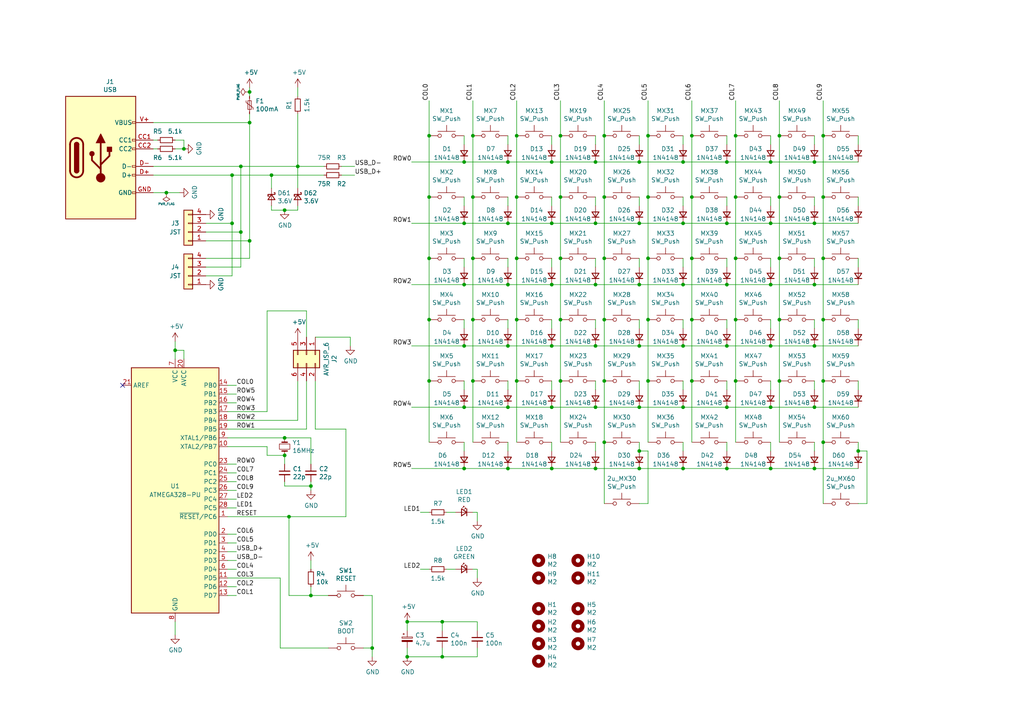
<source format=kicad_sch>
(kicad_sch (version 20211123) (generator eeschema)
  (paper "A4")
  (title_block (title "Lumberjack PCB") (date "2022-01-04") (rev "1.5"))
  (junction (at 238.76 57.15))
  (junction (at 175.26 57.15))
  (junction (at 69.85 67.31))
  (junction (at 213.36 110.49))
  (junction (at 134.62 82.55))
  (junction (at 213.36 57.15))
  (junction (at 67.31 64.77))
  (junction (at 83.82 149.86))
  (junction (at 226.06 74.93))
  (junction (at 185.42 100.33))
  (junction (at 124.46 57.15))
  (junction (at 172.72 118.11))
  (junction (at 72.39 26.67))
  (junction (at 160.02 46.99))
  (junction (at 200.66 92.71))
  (junction (at 198.12 82.55))
  (junction (at 134.62 64.77))
  (junction (at 226.06 57.15))
  (junction (at 175.26 128.27))
  (junction (at 162.56 39.37))
  (junction (at 223.52 82.55))
  (junction (at 118.11 180.34))
  (junction (at 223.52 118.11))
  (junction (at 185.42 118.11))
  (junction (at 200.66 110.49))
  (junction (at 185.42 82.55))
  (junction (at 172.72 82.55))
  (junction (at 107.95 187.96))
  (junction (at 198.12 135.89))
  (junction (at 134.62 100.33))
  (junction (at 198.12 118.11))
  (junction (at 198.12 64.77))
  (junction (at 213.36 74.93))
  (junction (at 210.82 100.33))
  (junction (at 137.16 39.37))
  (junction (at 223.52 135.89))
  (junction (at 147.32 82.55))
  (junction (at 236.22 118.11))
  (junction (at 149.86 92.71))
  (junction (at 210.82 64.77))
  (junction (at 82.55 60.96))
  (junction (at 124.46 92.71))
  (junction (at 172.72 135.89))
  (junction (at 72.39 35.56))
  (junction (at 236.22 82.55))
  (junction (at 147.32 46.99))
  (junction (at 210.82 82.55))
  (junction (at 172.72 100.33))
  (junction (at 82.55 132.08))
  (junction (at 238.76 128.27))
  (junction (at 187.96 57.15))
  (junction (at 172.72 46.99))
  (junction (at 137.16 92.71))
  (junction (at 175.26 92.71))
  (junction (at 185.42 64.77))
  (junction (at 137.16 110.49))
  (junction (at 78.74 50.8))
  (junction (at 134.62 135.89))
  (junction (at 236.22 135.89))
  (junction (at 175.26 110.49))
  (junction (at 185.42 135.89))
  (junction (at 160.02 135.89))
  (junction (at 238.76 110.49))
  (junction (at 82.55 127))
  (junction (at 124.46 110.49))
  (junction (at 50.8 101.6))
  (junction (at 160.02 100.33))
  (junction (at 236.22 46.99))
  (junction (at 187.96 92.71))
  (junction (at 226.06 110.49))
  (junction (at 149.86 74.93))
  (junction (at 86.36 48.26))
  (junction (at 210.82 135.89))
  (junction (at 149.86 39.37))
  (junction (at 198.12 100.33))
  (junction (at 118.11 190.5))
  (junction (at 185.42 130.81))
  (junction (at 248.92 130.81))
  (junction (at 160.02 82.55))
  (junction (at 147.32 64.77))
  (junction (at 185.42 46.99))
  (junction (at 162.56 74.93))
  (junction (at 175.26 39.37))
  (junction (at 213.36 92.71))
  (junction (at 238.76 39.37))
  (junction (at 200.66 39.37))
  (junction (at 137.16 57.15))
  (junction (at 187.96 110.49))
  (junction (at 137.16 74.93))
  (junction (at 72.39 69.85))
  (junction (at 198.12 46.99))
  (junction (at 90.17 140.97))
  (junction (at 69.85 48.26))
  (junction (at 147.32 100.33))
  (junction (at 210.82 46.99))
  (junction (at 226.06 92.71))
  (junction (at 210.82 118.11))
  (junction (at 147.32 135.89))
  (junction (at 147.32 118.11))
  (junction (at 223.52 64.77))
  (junction (at 175.26 74.93))
  (junction (at 162.56 110.49))
  (junction (at 236.22 64.77))
  (junction (at 187.96 39.37))
  (junction (at 223.52 100.33))
  (junction (at 160.02 118.11))
  (junction (at 149.86 57.15))
  (junction (at 236.22 100.33))
  (junction (at 238.76 74.93))
  (junction (at 172.72 64.77))
  (junction (at 134.62 46.99))
  (junction (at 223.52 46.99))
  (junction (at 200.66 57.15))
  (junction (at 90.17 172.72))
  (junction (at 128.27 180.34))
  (junction (at 124.46 74.93))
  (junction (at 187.96 74.93))
  (junction (at 160.02 64.77))
  (junction (at 200.66 74.93))
  (junction (at 128.27 190.5))
  (junction (at 226.06 39.37))
  (junction (at 53.34 43.18))
  (junction (at 124.46 39.37))
  (junction (at 48.26 55.88))
  (junction (at 134.62 118.11))
  (junction (at 213.36 39.37))
  (junction (at 67.31 50.8))
  (junction (at 162.56 57.15))
  (junction (at 149.86 110.49))
  (junction (at 238.76 92.71))
  (junction (at 162.56 92.71))
  (no_connect (at 35.56 111.76))
  (wire (pts (xy 198.12 82.55) (xy 210.82 82.55)))
  (wire (pts (xy 210.82 74.93) (xy 210.82 77.47)))
  (wire (pts (xy 124.46 148.59) (xy 121.92 148.59)))
  (wire (pts (xy 198.12 100.33) (xy 210.82 100.33)))
  (wire (pts (xy 67.31 64.77) (xy 59.69 64.77)))
  (wire (pts (xy 226.06 39.37) (xy 226.06 57.15)))
  (wire (pts (xy 223.52 74.93) (xy 223.52 77.47)))
  (wire (pts (xy 213.36 74.93) (xy 213.36 57.15)))
  (wire (pts (xy 147.32 74.93) (xy 147.32 77.47)))
  (wire (pts (xy 134.62 46.99) (xy 147.32 46.99)))
  (wire (pts (xy 81.28 167.64) (xy 81.28 187.96)))
  (wire (pts (xy 66.04 165.1) (xy 68.58 165.1)))
  (wire (pts (xy 119.38 100.33) (xy 134.62 100.33)))
  (wire (pts (xy 175.26 92.71) (xy 175.26 110.49)))
  (wire (pts (xy 78.74 50.8) (xy 78.74 54.61)))
  (wire (pts (xy 147.32 64.77) (xy 160.02 64.77)))
  (wire (pts (xy 118.11 187.96) (xy 118.11 190.5)))
  (wire (pts (xy 198.12 64.77) (xy 210.82 64.77)))
  (wire (pts (xy 238.76 57.15) (xy 238.76 74.93)))
  (wire (pts (xy 50.8 40.64) (xy 53.34 40.64)))
  (wire (pts (xy 69.85 48.26) (xy 69.85 67.31)))
  (wire (pts (xy 185.42 74.93) (xy 185.42 77.47)))
  (wire (pts (xy 138.43 165.1) (xy 138.43 167.64)))
  (wire (pts (xy 248.92 146.05) (xy 251.46 146.05)))
  (wire (pts (xy 147.32 100.33) (xy 160.02 100.33)))
  (wire (pts (xy 67.31 80.01) (xy 59.69 80.01)))
  (wire (pts (xy 210.82 57.15) (xy 210.82 59.69)))
  (wire (pts (xy 66.04 162.56) (xy 68.58 162.56)))
  (wire (pts (xy 99.06 48.26) (xy 102.87 48.26)))
  (wire (pts (xy 90.17 165.1) (xy 90.17 162.56)))
  (wire (pts (xy 147.32 82.55) (xy 160.02 82.55)))
  (wire (pts (xy 160.02 74.93) (xy 160.02 77.47)))
  (wire (pts (xy 223.52 128.27) (xy 223.52 130.81)))
  (wire (pts (xy 172.72 128.27) (xy 172.72 130.81)))
  (wire (pts (xy 134.62 128.27) (xy 134.62 130.81)))
  (wire (pts (xy 162.56 92.71) (xy 162.56 110.49)))
  (wire (pts (xy 138.43 187.96) (xy 138.43 190.5)))
  (wire (pts (xy 72.39 69.85) (xy 72.39 74.93)))
  (wire (pts (xy 124.46 57.15) (xy 124.46 39.37)))
  (wire (pts (xy 198.12 118.11) (xy 210.82 118.11)))
  (wire (pts (xy 198.12 92.71) (xy 198.12 95.25)))
  (wire (pts (xy 118.11 180.34) (xy 118.11 182.88)))
  (wire (pts (xy 147.32 118.11) (xy 160.02 118.11)))
  (wire (pts (xy 86.36 60.96) (xy 86.36 59.69)))
  (wire (pts (xy 118.11 180.34) (xy 128.27 180.34)))
  (wire (pts (xy 226.06 29.21) (xy 226.06 39.37)))
  (wire (pts (xy 69.85 67.31) (xy 59.69 67.31)))
  (wire (pts (xy 248.92 57.15) (xy 248.92 59.69)))
  (wire (pts (xy 185.42 146.05) (xy 187.96 146.05)))
  (wire (pts (xy 185.42 82.55) (xy 198.12 82.55)))
  (wire (pts (xy 82.55 139.7) (xy 82.55 140.97)))
  (wire (pts (xy 172.72 74.93) (xy 172.72 77.47)))
  (wire (pts (xy 175.26 39.37) (xy 175.26 29.21)))
  (wire (pts (xy 82.55 132.08) (xy 82.55 134.62)))
  (wire (pts (xy 119.38 118.11) (xy 134.62 118.11)))
  (wire (pts (xy 236.22 135.89) (xy 248.92 135.89)))
  (wire (pts (xy 160.02 100.33) (xy 172.72 100.33)))
  (wire (pts (xy 99.06 50.8) (xy 102.87 50.8)))
  (wire (pts (xy 187.96 130.81) (xy 185.42 130.81)))
  (wire (pts (xy 248.92 74.93) (xy 248.92 77.47)))
  (wire (pts (xy 236.22 110.49) (xy 236.22 113.03)))
  (wire (pts (xy 66.04 149.86) (xy 83.82 149.86)))
  (wire (pts (xy 162.56 74.93) (xy 162.56 92.71)))
  (wire (pts (xy 248.92 39.37) (xy 248.92 41.91)))
  (wire (pts (xy 69.85 67.31) (xy 69.85 77.47)))
  (wire (pts (xy 200.66 74.93) (xy 200.66 57.15)))
  (wire (pts (xy 238.76 110.49) (xy 238.76 128.27)))
  (wire (pts (xy 147.32 57.15) (xy 147.32 59.69)))
  (wire (pts (xy 101.6 97.79) (xy 101.6 100.33)))
  (wire (pts (xy 213.36 29.21) (xy 213.36 39.37)))
  (wire (pts (xy 223.52 82.55) (xy 236.22 82.55)))
  (wire (pts (xy 200.66 57.15) (xy 200.66 39.37)))
  (wire (pts (xy 198.12 39.37) (xy 198.12 41.91)))
  (wire (pts (xy 124.46 74.93) (xy 124.46 92.71)))
  (wire (pts (xy 66.04 116.84) (xy 68.58 116.84)))
  (wire (pts (xy 72.39 35.56) (xy 72.39 69.85)))
  (wire (pts (xy 175.26 128.27) (xy 175.26 146.05)))
  (wire (pts (xy 124.46 74.93) (xy 124.46 57.15)))
  (wire (pts (xy 187.96 74.93) (xy 187.96 92.71)))
  (wire (pts (xy 149.86 57.15) (xy 149.86 39.37)))
  (wire (pts (xy 66.04 167.64) (xy 81.28 167.64)))
  (wire (pts (xy 238.76 29.21) (xy 238.76 39.37)))
  (wire (pts (xy 83.82 149.86) (xy 83.82 172.72)))
  (wire (pts (xy 44.45 43.18) (xy 45.72 43.18)))
  (wire (pts (xy 134.62 74.93) (xy 134.62 77.47)))
  (wire (pts (xy 134.62 82.55) (xy 147.32 82.55)))
  (wire (pts (xy 86.36 27.94) (xy 86.36 25.4)))
  (wire (pts (xy 160.02 128.27) (xy 160.02 130.81)))
  (wire (pts (xy 160.02 39.37) (xy 160.02 41.91)))
  (wire (pts (xy 210.82 82.55) (xy 223.52 82.55)))
  (wire (pts (xy 72.39 26.67) (xy 72.39 27.94)))
  (wire (pts (xy 105.41 187.96) (xy 107.95 187.96)))
  (wire (pts (xy 72.39 74.93) (xy 59.69 74.93)))
  (wire (pts (xy 68.58 134.62) (xy 66.04 134.62)))
  (wire (pts (xy 66.04 170.18) (xy 68.58 170.18)))
  (wire (pts (xy 129.54 148.59) (xy 132.08 148.59)))
  (wire (pts (xy 137.16 39.37) (xy 137.16 29.21)))
  (wire (pts (xy 137.16 148.59) (xy 138.43 148.59)))
  (wire (pts (xy 66.04 172.72) (xy 68.58 172.72)))
  (wire (pts (xy 238.76 92.71) (xy 238.76 110.49)))
  (wire (pts (xy 137.16 74.93) (xy 137.16 57.15)))
  (wire (pts (xy 248.92 128.27) (xy 248.92 130.81)))
  (wire (pts (xy 66.04 137.16) (xy 68.58 137.16)))
  (wire (pts (xy 198.12 128.27) (xy 198.12 130.81)))
  (wire (pts (xy 44.45 35.56) (xy 72.39 35.56)))
  (wire (pts (xy 134.62 110.49) (xy 134.62 113.03)))
  (wire (pts (xy 100.33 124.46) (xy 100.33 149.86)))
  (wire (pts (xy 185.42 135.89) (xy 198.12 135.89)))
  (wire (pts (xy 185.42 57.15) (xy 185.42 59.69)))
  (wire (pts (xy 236.22 128.27) (xy 236.22 130.81)))
  (wire (pts (xy 213.36 74.93) (xy 213.36 92.71)))
  (wire (pts (xy 213.36 39.37) (xy 213.36 57.15)))
  (wire (pts (xy 53.34 101.6) (xy 53.34 104.14)))
  (wire (pts (xy 175.26 74.93) (xy 175.26 57.15)))
  (wire (pts (xy 147.32 39.37) (xy 147.32 41.91)))
  (wire (pts (xy 44.45 40.64) (xy 45.72 40.64)))
  (wire (pts (xy 128.27 190.5) (xy 118.11 190.5)))
  (wire (pts (xy 198.12 57.15) (xy 198.12 59.69)))
  (wire (pts (xy 160.02 57.15) (xy 160.02 59.69)))
  (wire (pts (xy 66.04 157.48) (xy 68.58 157.48)))
  (wire (pts (xy 172.72 46.99) (xy 185.42 46.99)))
  (wire (pts (xy 138.43 180.34) (xy 138.43 182.88)))
  (wire (pts (xy 78.74 50.8) (xy 93.98 50.8)))
  (wire (pts (xy 138.43 148.59) (xy 138.43 151.13)))
  (wire (pts (xy 160.02 110.49) (xy 160.02 113.03)))
  (wire (pts (xy 137.16 74.93) (xy 137.16 92.71)))
  (wire (pts (xy 44.45 55.88) (xy 48.26 55.88)))
  (wire (pts (xy 82.55 60.96) (xy 86.36 60.96)))
  (wire (pts (xy 119.38 82.55) (xy 134.62 82.55)))
  (wire (pts (xy 66.04 160.02) (xy 68.58 160.02)))
  (wire (pts (xy 172.72 64.77) (xy 185.42 64.77)))
  (wire (pts (xy 223.52 57.15) (xy 223.52 59.69)))
  (wire (pts (xy 134.62 135.89) (xy 147.32 135.89)))
  (wire (pts (xy 82.55 132.08) (xy 77.47 132.08)))
  (wire (pts (xy 210.82 39.37) (xy 210.82 41.91)))
  (wire (pts (xy 200.66 92.71) (xy 200.66 110.49)))
  (wire (pts (xy 53.34 101.6) (xy 50.8 101.6)))
  (wire (pts (xy 66.04 119.38) (xy 77.47 119.38)))
  (wire (pts (xy 198.12 74.93) (xy 198.12 77.47)))
  (wire (pts (xy 88.9 110.49) (xy 88.9 124.46)))
  (wire (pts (xy 172.72 100.33) (xy 185.42 100.33)))
  (wire (pts (xy 66.04 114.3) (xy 68.58 114.3)))
  (wire (pts (xy 160.02 92.71) (xy 160.02 95.25)))
  (wire (pts (xy 162.56 57.15) (xy 162.56 39.37)))
  (wire (pts (xy 107.95 187.96) (xy 107.95 190.5)))
  (wire (pts (xy 172.72 39.37) (xy 172.72 41.91)))
  (wire (pts (xy 77.47 129.54) (xy 77.47 132.08)))
  (wire (pts (xy 236.22 118.11) (xy 248.92 118.11)))
  (wire (pts (xy 185.42 46.99) (xy 198.12 46.99)))
  (wire (pts (xy 91.44 110.49) (xy 91.44 124.46)))
  (wire (pts (xy 200.66 74.93) (xy 200.66 92.71)))
  (wire (pts (xy 78.74 59.69) (xy 78.74 60.96)))
  (wire (pts (xy 200.66 29.21) (xy 200.66 39.37)))
  (wire (pts (xy 147.32 46.99) (xy 160.02 46.99)))
  (wire (pts (xy 128.27 180.34) (xy 128.27 182.88)))
  (wire (pts (xy 172.72 135.89) (xy 185.42 135.89)))
  (wire (pts (xy 66.04 142.24) (xy 68.58 142.24)))
  (wire (pts (xy 160.02 82.55) (xy 172.72 82.55)))
  (wire (pts (xy 53.34 43.18) (xy 50.8 43.18)))
  (wire (pts (xy 134.62 39.37) (xy 134.62 41.91)))
  (wire (pts (xy 236.22 64.77) (xy 248.92 64.77)))
  (wire (pts (xy 251.46 130.81) (xy 248.92 130.81)))
  (wire (pts (xy 86.36 110.49) (xy 86.36 121.92)))
  (wire (pts (xy 134.62 57.15) (xy 134.62 59.69)))
  (wire (pts (xy 172.72 57.15) (xy 172.72 59.69)))
  (wire (pts (xy 226.06 110.49) (xy 226.06 128.27)))
  (wire (pts (xy 223.52 110.49) (xy 223.52 113.03)))
  (wire (pts (xy 172.72 82.55) (xy 185.42 82.55)))
  (wire (pts (xy 128.27 180.34) (xy 138.43 180.34)))
  (wire (pts (xy 198.12 46.99) (xy 210.82 46.99)))
  (wire (pts (xy 100.33 149.86) (xy 83.82 149.86)))
  (wire (pts (xy 226.06 92.71) (xy 226.06 110.49)))
  (wire (pts (xy 66.04 127) (xy 82.55 127)))
  (wire (pts (xy 69.85 48.26) (xy 86.36 48.26)))
  (wire (pts (xy 149.86 74.93) (xy 149.86 57.15)))
  (wire (pts (xy 172.72 110.49) (xy 172.72 113.03)))
  (wire (pts (xy 210.82 135.89) (xy 223.52 135.89)))
  (wire (pts (xy 82.55 140.97) (xy 90.17 140.97)))
  (wire (pts (xy 149.86 110.49) (xy 149.86 128.27)))
  (wire (pts (xy 44.45 50.8) (xy 67.31 50.8)))
  (wire (pts (xy 147.32 110.49) (xy 147.32 113.03)))
  (wire (pts (xy 88.9 90.17) (xy 88.9 97.79)))
  (wire (pts (xy 160.02 135.89) (xy 172.72 135.89)))
  (wire (pts (xy 198.12 110.49) (xy 198.12 113.03)))
  (wire (pts (xy 236.22 82.55) (xy 248.92 82.55)))
  (wire (pts (xy 185.42 64.77) (xy 198.12 64.77)))
  (wire (pts (xy 48.26 55.88) (xy 52.07 55.88)))
  (wire (pts (xy 66.04 111.76) (xy 68.58 111.76)))
  (wire (pts (xy 105.41 172.72) (xy 107.95 172.72)))
  (wire (pts (xy 213.36 110.49) (xy 213.36 128.27)))
  (wire (pts (xy 119.38 135.89) (xy 134.62 135.89)))
  (wire (pts (xy 77.47 90.17) (xy 88.9 90.17)))
  (wire (pts (xy 44.45 48.26) (xy 69.85 48.26)))
  (wire (pts (xy 149.86 39.37) (xy 149.86 29.21)))
  (wire (pts (xy 223.52 118.11) (xy 236.22 118.11)))
  (wire (pts (xy 124.46 39.37) (xy 124.46 29.21)))
  (wire (pts (xy 198.12 135.89) (xy 210.82 135.89)))
  (wire (pts (xy 187.96 57.15) (xy 187.96 39.37)))
  (wire (pts (xy 236.22 92.71) (xy 236.22 95.25)))
  (wire (pts (xy 160.02 46.99) (xy 172.72 46.99)))
  (wire (pts (xy 236.22 57.15) (xy 236.22 59.69)))
  (wire (pts (xy 236.22 39.37) (xy 236.22 41.91)))
  (wire (pts (xy 124.46 165.1) (xy 121.92 165.1)))
  (wire (pts (xy 223.52 92.71) (xy 223.52 95.25)))
  (wire (pts (xy 223.52 100.33) (xy 236.22 100.33)))
  (wire (pts (xy 66.04 124.46) (xy 88.9 124.46)))
  (wire (pts (xy 67.31 50.8) (xy 67.31 64.77)))
  (wire (pts (xy 50.8 101.6) (xy 50.8 99.06)))
  (wire (pts (xy 67.31 64.77) (xy 67.31 80.01)))
  (wire (pts (xy 53.34 40.64) (xy 53.34 43.18)))
  (wire (pts (xy 137.16 92.71) (xy 137.16 110.49)))
  (wire (pts (xy 185.42 110.49) (xy 185.42 113.03)))
  (wire (pts (xy 248.92 110.49) (xy 248.92 113.03)))
  (wire (pts (xy 210.82 118.11) (xy 223.52 118.11)))
  (wire (pts (xy 160.02 64.77) (xy 172.72 64.77)))
  (wire (pts (xy 72.39 69.85) (xy 59.69 69.85)))
  (wire (pts (xy 210.82 128.27) (xy 210.82 130.81)))
  (wire (pts (xy 172.72 118.11) (xy 185.42 118.11)))
  (wire (pts (xy 134.62 118.11) (xy 147.32 118.11)))
  (wire (pts (xy 134.62 64.77) (xy 147.32 64.77)))
  (wire (pts (xy 251.46 146.05) (xy 251.46 130.81)))
  (wire (pts (xy 50.8 104.14) (xy 50.8 101.6)))
  (wire (pts (xy 210.82 64.77) (xy 223.52 64.77)))
  (wire (pts (xy 91.44 124.46) (xy 100.33 124.46)))
  (wire (pts (xy 90.17 127) (xy 90.17 134.62)))
  (wire (pts (xy 185.42 92.71) (xy 185.42 95.25)))
  (wire (pts (xy 50.8 184.15) (xy 50.8 180.34)))
  (wire (pts (xy 175.26 74.93) (xy 175.26 92.71)))
  (wire (pts (xy 77.47 119.38) (xy 77.47 90.17)))
  (wire (pts (xy 175.26 110.49) (xy 175.26 128.27)))
  (wire (pts (xy 124.46 92.71) (xy 124.46 110.49)))
  (wire (pts (xy 90.17 172.72) (xy 95.25 172.72)))
  (wire (pts (xy 82.55 127) (xy 90.17 127)))
  (wire (pts (xy 147.32 128.27) (xy 147.32 130.81)))
  (wire (pts (xy 210.82 110.49) (xy 210.82 113.03)))
  (wire (pts (xy 119.38 46.99) (xy 134.62 46.99)))
  (wire (pts (xy 210.82 46.99) (xy 223.52 46.99)))
  (wire (pts (xy 134.62 92.71) (xy 134.62 95.25)))
  (wire (pts (xy 248.92 92.71) (xy 248.92 95.25)))
  (wire (pts (xy 162.56 74.93) (xy 162.56 57.15)))
  (wire (pts (xy 83.82 172.72) (xy 90.17 172.72)))
  (wire (pts (xy 223.52 39.37) (xy 223.52 41.91)))
  (wire (pts (xy 210.82 100.33) (xy 223.52 100.33)))
  (wire (pts (xy 91.44 97.79) (xy 101.6 97.79)))
  (wire (pts (xy 185.42 128.27) (xy 185.42 130.81)))
  (wire (pts (xy 226.06 74.93) (xy 226.06 92.71)))
  (wire (pts (xy 160.02 118.11) (xy 172.72 118.11)))
  (wire (pts (xy 86.36 48.26) (xy 86.36 54.61)))
  (wire (pts (xy 69.85 77.47) (xy 59.69 77.47)))
  (wire (pts (xy 90.17 142.24) (xy 90.17 140.97)))
  (wire (pts (xy 175.26 57.15) (xy 175.26 39.37)))
  (wire (pts (xy 147.32 92.71) (xy 147.32 95.25)))
  (wire (pts (xy 149.86 74.93) (xy 149.86 92.71)))
  (wire (pts (xy 68.58 154.94) (xy 66.04 154.94)))
  (wire (pts (xy 185.42 39.37) (xy 185.42 41.91)))
  (wire (pts (xy 238.76 39.37) (xy 238.76 57.15)))
  (wire (pts (xy 200.66 110.49) (xy 200.66 128.27)))
  (wire (pts (xy 86.36 48.26) (xy 93.98 48.26)))
  (wire (pts (xy 66.04 121.92) (xy 86.36 121.92)))
  (wire (pts (xy 187.96 92.71) (xy 187.96 110.49)))
  (wire (pts (xy 223.52 46.99) (xy 236.22 46.99)))
  (wire (pts (xy 185.42 118.11) (xy 198.12 118.11)))
  (wire (pts (xy 236.22 46.99) (xy 248.92 46.99)))
  (wire (pts (xy 137.16 57.15) (xy 137.16 39.37)))
  (wire (pts (xy 223.52 135.89) (xy 236.22 135.89)))
  (wire (pts (xy 210.82 92.71) (xy 210.82 95.25)))
  (wire (pts (xy 138.43 190.5) (xy 128.27 190.5)))
  (wire (pts (xy 72.39 25.4) (xy 72.39 26.67)))
  (wire (pts (xy 213.36 92.71) (xy 213.36 110.49)))
  (wire (pts (xy 238.76 128.27) (xy 238.76 146.05)))
  (wire (pts (xy 187.96 146.05) (xy 187.96 130.81)))
  (wire (pts (xy 72.39 33.02) (xy 72.39 35.56)))
  (wire (pts (xy 223.52 64.77) (xy 236.22 64.77)))
  (wire (pts (xy 238.76 74.93) (xy 238.76 92.71)))
  (wire (pts (xy 67.31 50.8) (xy 78.74 50.8)))
  (wire (pts (xy 137.16 110.49) (xy 137.16 128.27)))
  (wire (pts (xy 86.36 33.02) (xy 86.36 48.26)))
  (wire (pts (xy 147.32 135.89) (xy 160.02 135.89)))
  (wire (pts (xy 162.56 110.49) (xy 162.56 128.27)))
  (wire (pts (xy 107.95 172.72) (xy 107.95 187.96)))
  (wire (pts (xy 236.22 100.33) (xy 248.92 100.33)))
  (wire (pts (xy 124.46 110.49) (xy 124.46 128.27)))
  (wire (pts (xy 185.42 100.33) (xy 198.12 100.33)))
  (wire (pts (xy 77.47 129.54) (xy 66.04 129.54)))
  (wire (pts (xy 187.96 74.93) (xy 187.96 57.15)))
  (wire (pts (xy 149.86 92.71) (xy 149.86 110.49)))
  (wire (pts (xy 236.22 74.93) (xy 236.22 77.47)))
  (wire (pts (xy 66.04 139.7) (xy 68.58 139.7)))
  (wire (pts (xy 66.04 144.78) (xy 68.58 144.78)))
  (wire (pts (xy 162.56 39.37) (xy 162.56 29.21)))
  (wire (pts (xy 187.96 110.49) (xy 187.96 128.27)))
  (wire (pts (xy 81.28 187.96) (xy 95.25 187.96)))
  (wire (pts (xy 137.16 165.1) (xy 138.43 165.1)))
  (wire (pts (xy 119.38 64.77) (xy 134.62 64.77)))
  (wire (pts (xy 78.74 60.96) (xy 82.55 60.96)))
  (wire (pts (xy 187.96 39.37) (xy 187.96 29.21)))
  (wire (pts (xy 128.27 187.96) (xy 128.27 190.5)))
  (wire (pts (xy 134.62 100.33) (xy 147.32 100.33)))
  (wire (pts (xy 129.54 165.1) (xy 132.08 165.1)))
  (wire (pts (xy 90.17 170.18) (xy 90.17 172.72)))
  (wire (pts (xy 172.72 92.71) (xy 172.72 95.25)))
  (wire (pts (xy 226.06 57.15) (xy 226.06 74.93)))
  (wire (pts (xy 90.17 140.97) (xy 90.17 139.7)))
  (wire (pts (xy 66.04 147.32) (xy 68.58 147.32)))
  (label "RESET" (at 68.58 149.86 0))
  (label "LED1" (at 121.92 148.59 180))
  (label "COL5" (at 187.96 29.21 90))
  (label "COL6" (at 200.66 29.21 90))
  (label "USB_D-" (at 68.58 162.56 0))
  (label "COL3" (at 162.56 29.21 90))
  (label "COL8" (at 226.06 29.21 90))
  (label "ROW1" (at 119.38 64.77 180))
  (label "COL6" (at 68.58 154.94 0))
  (label "COL4" (at 68.58 165.1 0))
  (label "USB_D+" (at 68.58 160.02 0))
  (label "ROW1" (at 68.58 124.46 0))
  (label "COL9" (at 238.76 29.21 90))
  (label "COL8" (at 68.58 139.7 0))
  (label "USB_D-" (at 102.87 48.26 0))
  (label "COL0" (at 68.58 111.76 0))
  (label "ROW2" (at 119.38 82.55 180))
  (label "ROW4" (at 119.38 118.11 180))
  (label "COL2" (at 68.58 170.18 0))
  (label "USB_D+" (at 102.87 50.8 0))
  (label "ROW4" (at 68.58 116.84 0))
  (label "COL2" (at 149.86 29.21 90))
  (label "ROW5" (at 119.38 135.89 180))
  (label "ROW5" (at 68.58 114.3 0))
  (label "COL5" (at 68.58 157.48 0))
  (label "ROW0" (at 68.58 134.62 0))
  (label "COL4" (at 175.26 29.21 90))
  (label "COL3" (at 68.58 167.64 0))
  (label "COL7" (at 68.58 137.16 0))
  (label "COL1" (at 137.16 29.21 90))
  (label "LED1" (at 68.58 147.32 0))
  (label "ROW0" (at 119.38 46.99 180))
  (label "COL9" (at 68.58 142.24 0))
  (label "COL1" (at 68.58 172.72 0))
  (label "COL7" (at 213.36 29.21 90))
  (label "COL0" (at 124.46 29.21 90))
  (label "ROW2" (at 68.58 121.92 0))
  (label "ROW3" (at 119.38 100.33 180))
  (label "ROW3" (at 68.58 119.38 0))
  (label "LED2" (at 68.58 144.78 0))
  (label "LED2" (at 121.92 165.1 180))
  (symbol (lib_id "Switch:SW_Push") (at 129.54 39.37 0) (mirror y) (unit 1)
    (property "Reference" "MX1" (at 129.54 32.131 0))
    (property "Value" "SW_Push" (at 129.54 34.4424 0))
    (property "Footprint" "lumberjack:MX_Alps_Choc" (effects hide))
  )
  (symbol (lib_id "Device:D_Small") (at 134.62 44.45 270) (mirror x) (unit 1)
    (property "Reference" "D1" (at 128.27 43.18 90) (effects (justify left)))
    (property "Value" "1N4148" (at 125.73 45.72 90) (effects (justify left)))
    (property "Footprint" "Diode_THT:D_DO-35_SOD27_P7.62mm_Horizontal" (effects hide))
  )
  (symbol (lib_id "Switch:SW_Push") (at 129.54 57.15 0) (mirror y) (unit 1)
    (property "Reference" "MX2" (at 129.54 49.911 0))
    (property "Value" "SW_Push" (at 129.54 52.2224 0))
    (property "Footprint" "lumberjack:MX_Alps_Choc" (effects hide))
  )
  (symbol (lib_id "Device:D_Small") (at 134.62 62.23 270) (mirror x) (unit 1)
    (property "Reference" "D2" (at 128.27 60.96 90) (effects (justify left)))
    (property "Value" "1N4148" (at 125.73 63.5 90) (effects (justify left)))
    (property "Footprint" "Diode_THT:D_DO-35_SOD27_P7.62mm_Horizontal" (effects hide))
  )
  (symbol (lib_id "Switch:SW_Push") (at 129.54 74.93 0) (mirror y) (unit 1)
    (property "Reference" "MX3" (at 129.54 67.691 0))
    (property "Value" "SW_Push" (at 129.54 70.0024 0))
    (property "Footprint" "lumberjack:MX_Alps_Choc" (effects hide))
  )
  (symbol (lib_id "Device:D_Small") (at 134.62 80.01 270) (mirror x) (unit 1)
    (property "Reference" "D3" (at 128.27 78.74 90) (effects (justify left)))
    (property "Value" "1N4148" (at 125.73 81.28 90) (effects (justify left)))
    (property "Footprint" "Diode_THT:D_DO-35_SOD27_P7.62mm_Horizontal" (effects hide))
  )
  (symbol (lib_id "Switch:SW_Push") (at 129.54 92.71 0) (mirror y) (unit 1)
    (property "Reference" "MX4" (at 129.54 85.471 0))
    (property "Value" "SW_Push" (at 129.54 87.7824 0))
    (property "Footprint" "lumberjack:MX_Alps_Choc" (effects hide))
  )
  (symbol (lib_id "Device:D_Small") (at 134.62 97.79 270) (mirror x) (unit 1)
    (property "Reference" "D4" (at 128.27 96.52 90) (effects (justify left)))
    (property "Value" "1N4148" (at 125.73 99.06 90) (effects (justify left)))
    (property "Footprint" "Diode_THT:D_DO-35_SOD27_P7.62mm_Horizontal" (effects hide))
  )
  (symbol (lib_id "power:PWR_FLAG") (at 72.39 26.67 90) (unit 1)
    (property "Reference" "#FLG03" (effects hide))
    (property "Value" "PWR_FLAG" (at 69.1134 26.67 0) (effects (font (size 0.635 0.635))))
  )
  (symbol (lib_id "Device:LED_Small") (at 134.62 165.1 0) (mirror y) (unit 1)
    (property "Reference" "LED2" (at 134.62 159.131 0))
    (property "Value" "GREEN" (at 134.62 161.4424 0))
    (property "Footprint" "LED_THT:LED_D3.0mm" (effects hide))
  )
  (symbol (lib_id "power:PWR_FLAG") (at 48.26 55.88 180) (unit 1)
    (property "Reference" "#FLG02" (effects hide))
    (property "Value" "PWR_FLAG" (at 48.26 59.1566 0) (effects (font (size 0.635 0.635))))
  )
  (symbol (lib_id "Mechanical:MountingHole") (at 156.21 176.53 0) (unit 1)
    (property "Reference" "H1" (at 158.75 175.3616 0) (effects (justify left)))
    (property "Value" "M2" (at 158.75 177.673 0) (effects (justify left)))
    (property "Footprint" "lumberjack:MountingHole_M2" (effects hide))
  )
  (symbol (lib_id "Mechanical:MountingHole") (at 156.21 181.61 0) (unit 1)
    (property "Reference" "H2" (at 158.75 180.4416 0) (effects (justify left)))
    (property "Value" "M2" (at 158.75 182.753 0) (effects (justify left)))
    (property "Footprint" "lumberjack:MountingHole_M2" (effects hide))
  )
  (symbol (lib_id "Mechanical:MountingHole") (at 156.21 186.69 0) (unit 1)
    (property "Reference" "H3" (at 158.75 185.5216 0) (effects (justify left)))
    (property "Value" "M2" (at 158.75 187.833 0) (effects (justify left)))
    (property "Footprint" "lumberjack:MountingHole_M2" (effects hide))
  )
  (symbol (lib_id "power:GND") (at 138.43 167.64 0) (unit 1)
    (property "Reference" "#PWR014" (effects hide))
    (property "Value" "GND" (at 138.557 172.0342 0))
  )
  (symbol (lib_id "Mechanical:MountingHole") (at 156.21 191.77 0) (unit 1)
    (property "Reference" "H4" (at 158.75 190.6016 0) (effects (justify left)))
    (property "Value" "M2" (at 158.75 192.913 0) (effects (justify left)))
    (property "Footprint" "lumberjack:MountingHole_M2" (effects hide))
  )
  (symbol (lib_id "power:+5V") (at 118.11 180.34 0) (unit 1)
    (property "Reference" "#PWR02" (effects hide))
    (property "Value" "+5V" (at 118.491 175.9458 0))
  )
  (symbol (lib_id "Switch:SW_Push") (at 142.24 39.37 0) (mirror y) (unit 1)
    (property "Reference" "MX7" (at 142.24 32.131 0))
    (property "Value" "SW_Push" (at 142.24 34.4424 0))
    (property "Footprint" "lumberjack:MX_Alps_Choc" (effects hide))
  )
  (symbol (lib_id "Device:D_Small") (at 147.32 44.45 270) (mirror x) (unit 1)
    (property "Reference" "D7" (at 140.97 43.18 90) (effects (justify left)))
    (property "Value" "1N4148" (at 138.43 45.72 90) (effects (justify left)))
    (property "Footprint" "Diode_THT:D_DO-35_SOD27_P7.62mm_Horizontal" (effects hide))
  )
  (symbol (lib_id "Switch:SW_Push") (at 142.24 57.15 0) (mirror y) (unit 1)
    (property "Reference" "MX8" (at 142.24 49.911 0))
    (property "Value" "SW_Push" (at 142.24 52.2224 0))
    (property "Footprint" "lumberjack:MX_Alps_Choc_NTHSTH" (effects hide))
  )
  (symbol (lib_id "Device:D_Small") (at 147.32 62.23 270) (mirror x) (unit 1)
    (property "Reference" "D8" (at 140.97 60.96 90) (effects (justify left)))
    (property "Value" "1N4148" (at 138.43 63.5 90) (effects (justify left)))
    (property "Footprint" "Diode_THT:D_DO-35_SOD27_P7.62mm_Horizontal" (effects hide))
  )
  (symbol (lib_id "Switch:SW_Push") (at 142.24 74.93 0) (mirror y) (unit 1)
    (property "Reference" "MX9" (at 142.24 67.691 0))
    (property "Value" "SW_Push" (at 142.24 70.0024 0))
    (property "Footprint" "lumberjack:MX_Alps_Choc" (effects hide))
  )
  (symbol (lib_id "Device:D_Small") (at 147.32 80.01 270) (mirror x) (unit 1)
    (property "Reference" "D9" (at 140.97 78.74 90) (effects (justify left)))
    (property "Value" "1N4148" (at 138.43 81.28 90) (effects (justify left)))
    (property "Footprint" "Diode_THT:D_DO-35_SOD27_P7.62mm_Horizontal" (effects hide))
  )
  (symbol (lib_id "Switch:SW_Push") (at 142.24 92.71 0) (mirror y) (unit 1)
    (property "Reference" "MX10" (at 142.24 85.471 0))
    (property "Value" "SW_Push" (at 142.24 87.7824 0))
    (property "Footprint" "lumberjack:MX_Alps_Choc" (effects hide))
  )
  (symbol (lib_id "Device:D_Small") (at 147.32 97.79 270) (mirror x) (unit 1)
    (property "Reference" "D10" (at 140.97 96.52 90) (effects (justify left)))
    (property "Value" "1N4148" (at 138.43 99.06 90) (effects (justify left)))
    (property "Footprint" "Diode_THT:D_DO-35_SOD27_P7.62mm_Horizontal" (effects hide))
  )
  (symbol (lib_id "Switch:SW_Push") (at 154.94 39.37 0) (mirror y) (unit 1)
    (property "Reference" "MX13" (at 154.94 32.131 0))
    (property "Value" "SW_Push" (at 154.94 34.4424 0))
    (property "Footprint" "lumberjack:MX_Alps_Choc" (effects hide))
  )
  (symbol (lib_id "Device:D_Small") (at 160.02 44.45 270) (mirror x) (unit 1)
    (property "Reference" "D13" (at 153.67 43.18 90) (effects (justify left)))
    (property "Value" "1N4148" (at 151.13 45.72 90) (effects (justify left)))
    (property "Footprint" "Diode_THT:D_DO-35_SOD27_P7.62mm_Horizontal" (effects hide))
  )
  (symbol (lib_id "Switch:SW_Push") (at 154.94 57.15 0) (mirror y) (unit 1)
    (property "Reference" "MX14" (at 154.94 49.911 0))
    (property "Value" "SW_Push" (at 154.94 52.2224 0))
    (property "Footprint" "lumberjack:MX_Alps_Choc" (effects hide))
  )
  (symbol (lib_id "Device:D_Small") (at 160.02 62.23 270) (mirror x) (unit 1)
    (property "Reference" "D14" (at 153.67 60.96 90) (effects (justify left)))
    (property "Value" "1N4148" (at 151.13 63.5 90) (effects (justify left)))
    (property "Footprint" "Diode_THT:D_DO-35_SOD27_P7.62mm_Horizontal" (effects hide))
  )
  (symbol (lib_id "Switch:SW_Push") (at 154.94 74.93 0) (mirror y) (unit 1)
    (property "Reference" "MX15" (at 154.94 67.691 0))
    (property "Value" "SW_Push" (at 154.94 70.0024 0))
    (property "Footprint" "lumberjack:MX_Alps_Choc" (effects hide))
  )
  (symbol (lib_id "Device:D_Small") (at 160.02 80.01 270) (mirror x) (unit 1)
    (property "Reference" "D15" (at 153.67 78.74 90) (effects (justify left)))
    (property "Value" "1N4148" (at 151.13 81.28 90) (effects (justify left)))
    (property "Footprint" "Diode_THT:D_DO-35_SOD27_P7.62mm_Horizontal" (effects hide))
  )
  (symbol (lib_id "Switch:SW_Push") (at 154.94 92.71 0) (mirror y) (unit 1)
    (property "Reference" "MX16" (at 154.94 85.471 0))
    (property "Value" "SW_Push" (at 154.94 87.7824 0))
    (property "Footprint" "lumberjack:MX_Alps_Choc" (effects hide))
  )
  (symbol (lib_id "Device:D_Small") (at 160.02 97.79 270) (mirror x) (unit 1)
    (property "Reference" "D16" (at 153.67 96.52 90) (effects (justify left)))
    (property "Value" "1N4148" (at 151.13 99.06 90) (effects (justify left)))
    (property "Footprint" "Diode_THT:D_DO-35_SOD27_P7.62mm_Horizontal" (effects hide))
  )
  (symbol (lib_id "Switch:SW_Push") (at 167.64 39.37 0) (mirror y) (unit 1)
    (property "Reference" "MX19" (at 167.64 32.131 0))
    (property "Value" "SW_Push" (at 167.64 34.4424 0))
    (property "Footprint" "lumberjack:MX_Alps_Choc" (effects hide))
  )
  (symbol (lib_id "Device:D_Small") (at 172.72 44.45 270) (mirror x) (unit 1)
    (property "Reference" "D19" (at 166.37 43.18 90) (effects (justify left)))
    (property "Value" "1N4148" (at 163.83 45.72 90) (effects (justify left)))
    (property "Footprint" "Diode_THT:D_DO-35_SOD27_P7.62mm_Horizontal" (effects hide))
  )
  (symbol (lib_id "Switch:SW_Push") (at 167.64 57.15 0) (mirror y) (unit 1)
    (property "Reference" "MX20" (at 167.64 49.911 0))
    (property "Value" "SW_Push" (at 167.64 52.2224 0))
    (property "Footprint" "lumberjack:MX_Alps_Choc" (effects hide))
  )
  (symbol (lib_id "Device:D_Small") (at 172.72 62.23 270) (mirror x) (unit 1)
    (property "Reference" "D20" (at 166.37 60.96 90) (effects (justify left)))
    (property "Value" "1N4148" (at 163.83 63.5 90) (effects (justify left)))
    (property "Footprint" "Diode_THT:D_DO-35_SOD27_P7.62mm_Horizontal" (effects hide))
  )
  (symbol (lib_id "Switch:SW_Push") (at 167.64 74.93 0) (mirror y) (unit 1)
    (property "Reference" "MX21" (at 167.64 67.691 0))
    (property "Value" "SW_Push" (at 167.64 70.0024 0))
    (property "Footprint" "lumberjack:MX_Alps_Choc" (effects hide))
  )
  (symbol (lib_id "Device:D_Small") (at 172.72 80.01 270) (mirror x) (unit 1)
    (property "Reference" "D21" (at 166.37 78.74 90) (effects (justify left)))
    (property "Value" "1N4148" (at 163.83 81.28 90) (effects (justify left)))
    (property "Footprint" "Diode_THT:D_DO-35_SOD27_P7.62mm_Horizontal" (effects hide))
  )
  (symbol (lib_id "Switch:SW_Push") (at 167.64 92.71 0) (mirror y) (unit 1)
    (property "Reference" "MX22" (at 167.64 85.471 0))
    (property "Value" "SW_Push" (at 167.64 87.7824 0))
    (property "Footprint" "lumberjack:MX_Alps_Choc" (effects hide))
  )
  (symbol (lib_id "Device:D_Small") (at 172.72 97.79 270) (mirror x) (unit 1)
    (property "Reference" "D22" (at 166.37 96.52 90) (effects (justify left)))
    (property "Value" "1N4148" (at 163.83 99.06 90) (effects (justify left)))
    (property "Footprint" "Diode_THT:D_DO-35_SOD27_P7.62mm_Horizontal" (effects hide))
  )
  (symbol (lib_id "Switch:SW_Push") (at 180.34 39.37 0) (mirror y) (unit 1)
    (property "Reference" "MX25" (at 180.34 32.131 0))
    (property "Value" "SW_Push" (at 180.34 34.4424 0))
    (property "Footprint" "lumberjack:MX_Alps_Choc" (effects hide))
  )
  (symbol (lib_id "Device:D_Small") (at 185.42 44.45 270) (mirror x) (unit 1)
    (property "Reference" "D25" (at 179.07 43.18 90) (effects (justify left)))
    (property "Value" "1N4148" (at 176.53 45.72 90) (effects (justify left)))
    (property "Footprint" "Diode_THT:D_DO-35_SOD27_P7.62mm_Horizontal" (effects hide))
  )
  (symbol (lib_id "Switch:SW_Push") (at 180.34 57.15 0) (mirror y) (unit 1)
    (property "Reference" "MX26" (at 180.34 49.911 0))
    (property "Value" "SW_Push" (at 180.34 52.2224 0))
    (property "Footprint" "lumberjack:MX_Alps_Choc" (effects hide))
  )
  (symbol (lib_id "Device:D_Small") (at 185.42 62.23 270) (mirror x) (unit 1)
    (property "Reference" "D26" (at 179.07 60.96 90) (effects (justify left)))
    (property "Value" "1N4148" (at 176.53 63.5 90) (effects (justify left)))
    (property "Footprint" "Diode_THT:D_DO-35_SOD27_P7.62mm_Horizontal" (effects hide))
  )
  (symbol (lib_id "Switch:SW_Push") (at 180.34 74.93 0) (mirror y) (unit 1)
    (property "Reference" "MX27" (at 180.34 67.691 0))
    (property "Value" "SW_Push" (at 180.34 70.0024 0))
    (property "Footprint" "lumberjack:MX_Alps_Choc" (effects hide))
  )
  (symbol (lib_id "Device:D_Small") (at 185.42 80.01 270) (mirror x) (unit 1)
    (property "Reference" "D27" (at 179.07 78.74 90) (effects (justify left)))
    (property "Value" "1N4148" (at 176.53 81.28 90) (effects (justify left)))
    (property "Footprint" "Diode_THT:D_DO-35_SOD27_P7.62mm_Horizontal" (effects hide))
  )
  (symbol (lib_id "Switch:SW_Push") (at 180.34 92.71 0) (mirror y) (unit 1)
    (property "Reference" "MX28" (at 180.34 85.471 0))
    (property "Value" "SW_Push" (at 180.34 87.7824 0))
    (property "Footprint" "lumberjack:MX_Alps_Choc" (effects hide))
  )
  (symbol (lib_id "Device:D_Small") (at 185.42 97.79 270) (mirror x) (unit 1)
    (property "Reference" "D28" (at 179.07 96.52 90) (effects (justify left)))
    (property "Value" "1N4148" (at 176.53 99.06 90) (effects (justify left)))
    (property "Footprint" "Diode_THT:D_DO-35_SOD27_P7.62mm_Horizontal" (effects hide))
  )
  (symbol (lib_id "Switch:SW_Push") (at 193.04 39.37 0) (mirror y) (unit 1)
    (property "Reference" "MX31" (at 193.04 32.131 0))
    (property "Value" "SW_Push" (at 193.04 34.4424 0))
    (property "Footprint" "lumberjack:MX_Alps_Choc" (effects hide))
  )
  (symbol (lib_id "Device:D_Small") (at 198.12 44.45 270) (mirror x) (unit 1)
    (property "Reference" "D31" (at 191.77 43.18 90) (effects (justify left)))
    (property "Value" "1N4148" (at 189.23 45.72 90) (effects (justify left)))
    (property "Footprint" "Diode_THT:D_DO-35_SOD27_P7.62mm_Horizontal" (effects hide))
  )
  (symbol (lib_id "Switch:SW_Push") (at 193.04 57.15 0) (mirror y) (unit 1)
    (property "Reference" "MX32" (at 193.04 49.911 0))
    (property "Value" "SW_Push" (at 193.04 52.2224 0))
    (property "Footprint" "lumberjack:MX_Alps_Choc" (effects hide))
  )
  (symbol (lib_id "Device:D_Small") (at 198.12 62.23 270) (mirror x) (unit 1)
    (property "Reference" "D32" (at 191.77 60.96 90) (effects (justify left)))
    (property "Value" "1N4148" (at 189.23 63.5 90) (effects (justify left)))
    (property "Footprint" "Diode_THT:D_DO-35_SOD27_P7.62mm_Horizontal" (effects hide))
  )
  (symbol (lib_id "Switch:SW_Push") (at 193.04 74.93 0) (mirror y) (unit 1)
    (property "Reference" "MX33" (at 193.04 67.691 0))
    (property "Value" "SW_Push" (at 193.04 70.0024 0))
    (property "Footprint" "lumberjack:MX_Alps_Choc" (effects hide))
  )
  (symbol (lib_id "Device:D_Small") (at 198.12 80.01 270) (mirror x) (unit 1)
    (property "Reference" "D33" (at 191.77 78.74 90) (effects (justify left)))
    (property "Value" "1N4148" (at 189.23 81.28 90) (effects (justify left)))
    (property "Footprint" "Diode_THT:D_DO-35_SOD27_P7.62mm_Horizontal" (effects hide))
  )
  (symbol (lib_id "Switch:SW_Push") (at 193.04 92.71 0) (mirror y) (unit 1)
    (property "Reference" "MX34" (at 193.04 85.471 0))
    (property "Value" "SW_Push" (at 193.04 87.7824 0))
    (property "Footprint" "lumberjack:MX_Alps_Choc" (effects hide))
  )
  (symbol (lib_id "Device:D_Small") (at 198.12 97.79 270) (mirror x) (unit 1)
    (property "Reference" "D34" (at 191.77 96.52 90) (effects (justify left)))
    (property "Value" "1N4148" (at 189.23 99.06 90) (effects (justify left)))
    (property "Footprint" "Diode_THT:D_DO-35_SOD27_P7.62mm_Horizontal" (effects hide))
  )
  (symbol (lib_id "Switch:SW_Push") (at 205.74 39.37 0) (mirror y) (unit 1)
    (property "Reference" "MX37" (at 205.74 32.131 0))
    (property "Value" "SW_Push" (at 205.74 34.4424 0))
    (property "Footprint" "lumberjack:MX_Alps_Choc" (effects hide))
  )
  (symbol (lib_id "Device:D_Small") (at 210.82 44.45 270) (mirror x) (unit 1)
    (property "Reference" "D37" (at 204.47 43.18 90) (effects (justify left)))
    (property "Value" "1N4148" (at 201.93 45.72 90) (effects (justify left)))
    (property "Footprint" "Diode_THT:D_DO-35_SOD27_P7.62mm_Horizontal" (effects hide))
  )
  (symbol (lib_id "Switch:SW_Push") (at 205.74 57.15 0) (mirror y) (unit 1)
    (property "Reference" "MX38" (at 205.74 49.911 0))
    (property "Value" "SW_Push" (at 205.74 52.2224 0))
    (property "Footprint" "lumberjack:MX_Alps_Choc" (effects hide))
  )
  (symbol (lib_id "Device:D_Small") (at 210.82 62.23 270) (mirror x) (unit 1)
    (property "Reference" "D38" (at 204.47 60.96 90) (effects (justify left)))
    (property "Value" "1N4148" (at 201.93 63.5 90) (effects (justify left)))
    (property "Footprint" "Diode_THT:D_DO-35_SOD27_P7.62mm_Horizontal" (effects hide))
  )
  (symbol (lib_id "Switch:SW_Push") (at 205.74 74.93 0) (mirror y) (unit 1)
    (property "Reference" "MX39" (at 205.74 67.691 0))
    (property "Value" "SW_Push" (at 205.74 70.0024 0))
    (property "Footprint" "lumberjack:MX_Alps_Choc" (effects hide))
  )
  (symbol (lib_id "Device:D_Small") (at 210.82 80.01 270) (mirror x) (unit 1)
    (property "Reference" "D39" (at 204.47 78.74 90) (effects (justify left)))
    (property "Value" "1N4148" (at 201.93 81.28 90) (effects (justify left)))
    (property "Footprint" "Diode_THT:D_DO-35_SOD27_P7.62mm_Horizontal" (effects hide))
  )
  (symbol (lib_id "Switch:SW_Push") (at 205.74 92.71 0) (mirror y) (unit 1)
    (property "Reference" "MX40" (at 205.74 85.471 0))
    (property "Value" "SW_Push" (at 205.74 87.7824 0))
    (property "Footprint" "lumberjack:MX_Alps_Choc" (effects hide))
  )
  (symbol (lib_id "Device:D_Small") (at 210.82 97.79 270) (mirror x) (unit 1)
    (property "Reference" "D40" (at 204.47 96.52 90) (effects (justify left)))
    (property "Value" "1N4148" (at 201.93 99.06 90) (effects (justify left)))
    (property "Footprint" "Diode_THT:D_DO-35_SOD27_P7.62mm_Horizontal" (effects hide))
  )
  (symbol (lib_id "Switch:SW_Push") (at 218.44 39.37 0) (mirror y) (unit 1)
    (property "Reference" "MX43" (at 218.44 32.131 0))
    (property "Value" "SW_Push" (at 218.44 34.4424 0))
    (property "Footprint" "lumberjack:MX_Alps_Choc" (effects hide))
  )
  (symbol (lib_id "Device:D_Small") (at 223.52 44.45 270) (mirror x) (unit 1)
    (property "Reference" "D43" (at 217.17 43.18 90) (effects (justify left)))
    (property "Value" "1N4148" (at 214.63 45.72 90) (effects (justify left)))
    (property "Footprint" "Diode_THT:D_DO-35_SOD27_P7.62mm_Horizontal" (effects hide))
  )
  (symbol (lib_id "Switch:SW_Push") (at 218.44 57.15 0) (mirror y) (unit 1)
    (property "Reference" "MX44" (at 218.44 49.911 0))
    (property "Value" "SW_Push" (at 218.44 52.2224 0))
    (property "Footprint" "lumberjack:MX_Alps_Choc" (effects hide))
  )
  (symbol (lib_id "Device:D_Small") (at 223.52 62.23 270) (mirror x) (unit 1)
    (property "Reference" "D44" (at 217.17 60.96 90) (effects (justify left)))
    (property "Value" "1N4148" (at 214.63 63.5 90) (effects (justify left)))
    (property "Footprint" "Diode_THT:D_DO-35_SOD27_P7.62mm_Horizontal" (effects hide))
  )
  (symbol (lib_id "Switch:SW_Push") (at 218.44 74.93 0) (mirror y) (unit 1)
    (property "Reference" "MX45" (at 218.44 67.691 0))
    (property "Value" "SW_Push" (at 218.44 70.0024 0))
    (property "Footprint" "lumberjack:MX_Alps_Choc" (effects hide))
  )
  (symbol (lib_id "Device:D_Small") (at 223.52 80.01 270) (mirror x) (unit 1)
    (property "Reference" "D45" (at 217.17 78.74 90) (effects (justify left)))
    (property "Value" "1N4148" (at 214.63 81.28 90) (effects (justify left)))
    (property "Footprint" "Diode_THT:D_DO-35_SOD27_P7.62mm_Horizontal" (effects hide))
  )
  (symbol (lib_id "Switch:SW_Push") (at 218.44 92.71 0) (mirror y) (unit 1)
    (property "Reference" "MX46" (at 218.44 85.471 0))
    (property "Value" "SW_Push" (at 218.44 87.7824 0))
    (property "Footprint" "lumberjack:MX_Alps_Choc" (effects hide))
  )
  (symbol (lib_id "Device:D_Small") (at 223.52 97.79 270) (mirror x) (unit 1)
    (property "Reference" "D46" (at 217.17 96.52 90) (effects (justify left)))
    (property "Value" "1N4148" (at 214.63 99.06 90) (effects (justify left)))
    (property "Footprint" "Diode_THT:D_DO-35_SOD27_P7.62mm_Horizontal" (effects hide))
  )
  (symbol (lib_id "Switch:SW_Push") (at 231.14 39.37 0) (mirror y) (unit 1)
    (property "Reference" "MX49" (at 231.14 32.131 0))
    (property "Value" "SW_Push" (at 231.14 34.4424 0))
    (property "Footprint" "lumberjack:MX_Alps_Choc" (effects hide))
  )
  (symbol (lib_id "Device:D_Small") (at 236.22 44.45 270) (mirror x) (unit 1)
    (property "Reference" "D49" (at 229.87 43.18 90) (effects (justify left)))
    (property "Value" "1N4148" (at 227.33 45.72 90) (effects (justify left)))
    (property "Footprint" "Diode_THT:D_DO-35_SOD27_P7.62mm_Horizontal" (effects hide))
  )
  (symbol (lib_id "Switch:SW_Push") (at 231.14 57.15 0) (mirror y) (unit 1)
    (property "Reference" "MX50" (at 231.14 49.911 0))
    (property "Value" "SW_Push" (at 231.14 52.2224 0))
    (property "Footprint" "lumberjack:MX_Alps_Choc" (effects hide))
  )
  (symbol (lib_id "Device:D_Small") (at 236.22 62.23 270) (mirror x) (unit 1)
    (property "Reference" "D50" (at 229.87 60.96 90) (effects (justify left)))
    (property "Value" "1N4148" (at 227.33 63.5 90) (effects (justify left)))
    (property "Footprint" "Diode_THT:D_DO-35_SOD27_P7.62mm_Horizontal" (effects hide))
  )
  (symbol (lib_id "Switch:SW_Push") (at 231.14 74.93 0) (mirror y) (unit 1)
    (property "Reference" "MX51" (at 231.14 67.691 0))
    (property "Value" "SW_Push" (at 231.14 70.0024 0))
    (property "Footprint" "lumberjack:MX_Alps_Choc" (effects hide))
  )
  (symbol (lib_id "Device:D_Small") (at 236.22 80.01 270) (mirror x) (unit 1)
    (property "Reference" "D51" (at 229.87 78.74 90) (effects (justify left)))
    (property "Value" "1N4148" (at 227.33 81.28 90) (effects (justify left)))
    (property "Footprint" "Diode_THT:D_DO-35_SOD27_P7.62mm_Horizontal" (effects hide))
  )
  (symbol (lib_id "Switch:SW_Push") (at 231.14 92.71 0) (mirror y) (unit 1)
    (property "Reference" "MX52" (at 231.14 85.471 0))
    (property "Value" "SW_Push" (at 231.14 87.7824 0))
    (property "Footprint" "lumberjack:MX_Alps_Choc" (effects hide))
  )
  (symbol (lib_id "Device:D_Small") (at 236.22 97.79 270) (mirror x) (unit 1)
    (property "Reference" "D52" (at 229.87 96.52 90) (effects (justify left)))
    (property "Value" "1N4148" (at 227.33 99.06 90) (effects (justify left)))
    (property "Footprint" "Diode_THT:D_DO-35_SOD27_P7.62mm_Horizontal" (effects hide))
  )
  (symbol (lib_id "Device:R_Small") (at 127 165.1 90) (unit 1)
    (property "Reference" "R8" (at 127 162.56 90))
    (property "Value" "1.5k" (at 127 167.767 90))
    (property "Footprint" "Resistor_THT:R_Axial_DIN0204_L3.6mm_D1.6mm_P7.62mm_Horizontal" (effects hide))
  )
  (symbol (lib_id "Device:C_Polarized_Small") (at 118.11 185.42 0) (unit 1)
    (property "Reference" "C3" (at 120.4214 184.2516 0) (effects (justify left)))
    (property "Value" "4.7u" (at 120.4214 186.563 0) (effects (justify left)))
    (property "Footprint" "Capacitor_THT:CP_Radial_D4.0mm_P1.50mm" (effects hide))
  )
  (symbol (lib_id "MCU_Microchip_ATmega:ATmega328P-P") (at 50.8 142.24 0) (unit 1)
    (property "Reference" "U1" (at 50.8 140.97 0))
    (property "Value" "ATMEGA328-PU" (at 50.8 143.51 0))
    (property "Footprint" "Package_DIP:DIP-28_W7.62mm" (effects hide))
    (property "Datasheet" "http://ww1.microchip.com/downloads/en/DeviceDoc/ATmega328_P%20AVR%20MCU%20with%20picoPower%20Technology%20Data%20Sheet%2040001984A.pdf" (effects hide))
  )
  (symbol (lib_id "power:+5V") (at 50.8 99.06 0) (unit 1)
    (property "Reference" "#PWR06" (effects hide))
    (property "Value" "+5V" (at 51.181 94.6658 0))
  )
  (symbol (lib_id "power:GND") (at 118.11 190.5 0) (unit 1)
    (property "Reference" "#PWR03" (effects hide))
    (property "Value" "GND" (at 118.237 194.8942 0))
  )
  (symbol (lib_id "power:GND") (at 50.8 184.15 0) (unit 1)
    (property "Reference" "#PWR07" (effects hide))
    (property "Value" "GND" (at 50.927 188.5442 0))
  )
  (symbol (lib_id "Device:D_Schottky_Small") (at 78.74 57.15 270) (unit 1)
    (property "Reference" "D61" (at 80.4672 55.9816 90) (effects (justify left)))
    (property "Value" "3.6V" (at 80.4672 58.293 90) (effects (justify left)))
    (property "Footprint" "Diode_THT:D_DO-35_SOD27_P7.62mm_Horizontal" (effects hide))
  )
  (symbol (lib_id "Device:D_Schottky_Small") (at 86.36 57.15 270) (unit 1)
    (property "Reference" "D62" (at 88.0872 55.9816 90) (effects (justify left)))
    (property "Value" "3.6V" (at 88.0872 58.293 90) (effects (justify left)))
    (property "Footprint" "Diode_THT:D_DO-35_SOD27_P7.62mm_Horizontal" (effects hide))
  )
  (symbol (lib_id "Device:R_Small") (at 86.36 30.48 180) (unit 1)
    (property "Reference" "R1" (at 83.82 30.48 90))
    (property "Value" "1.5k" (at 89.027 30.48 90))
    (property "Footprint" "Resistor_THT:R_Axial_DIN0204_L3.6mm_D1.6mm_P7.62mm_Horizontal" (effects hide))
  )
  (symbol (lib_id "power:+5V") (at 86.36 25.4 0) (unit 1)
    (property "Reference" "#PWR05" (effects hide))
    (property "Value" "+5V" (at 86.741 21.0058 0))
  )
  (symbol (lib_id "Device:Polyfuse_Small") (at 72.39 30.48 180) (unit 1)
    (property "Reference" "F1" (at 74.1172 29.3116 0) (effects (justify right)))
    (property "Value" "100mA" (at 74.1172 31.623 0) (effects (justify right)))
    (property "Footprint" "Fuse:Fuse_Bourns_MF-RHT100" (effects hide))
  )
  (symbol (lib_id "power:+5V") (at 72.39 25.4 0) (unit 1)
    (property "Reference" "#PWR08" (effects hide))
    (property "Value" "+5V" (at 72.771 21.0058 0))
  )
  (symbol (lib_id "Device:C_Small") (at 128.27 185.42 0) (unit 1)
    (property "Reference" "C4" (at 130.6068 184.2516 0) (effects (justify left)))
    (property "Value" "100n" (at 130.6068 186.563 0) (effects (justify left)))
    (property "Footprint" "Capacitor_THT:C_Disc_D4.3mm_W1.9mm_P5.00mm" (effects hide))
  )
  (symbol (lib_id "Device:R_Small") (at 96.52 50.8 90) (unit 1)
    (property "Reference" "R2" (at 99.06 53.34 90))
    (property "Value" "75R" (at 93.98 53.34 90))
    (property "Footprint" "Resistor_THT:R_Axial_DIN0204_L3.6mm_D1.6mm_P7.62mm_Horizontal" (effects hide))
  )
  (symbol (lib_id "Device:R_Small") (at 96.52 48.26 90) (unit 1)
    (property "Reference" "R3" (at 99.06 45.72 90))
    (property "Value" "75R" (at 93.98 45.72 90))
    (property "Footprint" "Resistor_THT:R_Axial_DIN0204_L3.6mm_D1.6mm_P7.62mm_Horizontal" (effects hide))
  )
  (symbol (lib_id "Device:C_Small") (at 138.43 185.42 0) (unit 1)
    (property "Reference" "C5" (at 140.7668 184.2516 0) (effects (justify left)))
    (property "Value" "100n" (at 140.7668 186.563 0) (effects (justify left)))
    (property "Footprint" "Capacitor_THT:C_Disc_D4.3mm_W1.9mm_P5.00mm" (effects hide))
  )
  (symbol (lib_id "Switch:SW_Push") (at 100.33 172.72 0) (unit 1)
    (property "Reference" "SW1" (at 100.33 165.481 0))
    (property "Value" "RESET" (at 100.33 167.7924 0))
    (property "Footprint" "Button_Switch_THT:SW_PUSH_6mm" (effects hide))
  )
  (symbol (lib_id "Device:Crystal_Small") (at 82.55 129.54 270) (unit 1)
    (property "Reference" "Y1" (at 84.7852 128.3716 90) (effects (justify left)))
    (property "Value" "16MHz" (at 84.7852 130.683 90) (effects (justify left)))
    (property "Footprint" "Crystal:Crystal_HC49-4H_Vertical" (effects hide))
  )
  (symbol (lib_id "Device:R_Small") (at 90.17 167.64 0) (unit 1)
    (property "Reference" "R4" (at 91.6686 166.4716 0) (effects (justify left)))
    (property "Value" "10k" (at 91.6686 168.783 0) (effects (justify left)))
    (property "Footprint" "Resistor_THT:R_Axial_DIN0204_L3.6mm_D1.6mm_P7.62mm_Horizontal" (effects hide))
  )
  (symbol (lib_id "power:GND") (at 90.17 142.24 0) (unit 1)
    (property "Reference" "#PWR09" (effects hide))
    (property "Value" "GND" (at 90.297 146.6342 0))
  )
  (symbol (lib_id "Device:C_Small") (at 82.55 137.16 0) (unit 1)
    (property "Reference" "C1" (at 84.8868 135.9916 0) (effects (justify left)))
    (property "Value" "22p" (at 84.8868 138.303 0) (effects (justify left)))
    (property "Footprint" "Capacitor_THT:C_Disc_D3.0mm_W1.6mm_P2.50mm" (effects hide))
  )
  (symbol (lib_id "Device:C_Small") (at 90.17 137.16 0) (unit 1)
    (property "Reference" "C2" (at 92.5068 135.9916 0) (effects (justify left)))
    (property "Value" "22p" (at 92.5068 138.303 0) (effects (justify left)))
    (property "Footprint" "Capacitor_THT:C_Disc_D3.0mm_W1.6mm_P2.50mm" (effects hide))
  )
  (symbol (lib_id "Connector_Generic:Conn_02x03_Odd_Even") (at 88.9 102.87 270) (unit 1)
    (property "Reference" "J2" (at 96.9518 104.14 0))
    (property "Value" "AVR_ISP_6" (at 94.6404 104.14 0))
    (property "Footprint" "Connector_PinHeader_2.54mm:PinHeader_2x03_P2.54mm_Vertical" (effects hide))
  )
  (symbol (lib_id "Switch:SW_Push") (at 100.33 187.96 0) (unit 1)
    (property "Reference" "SW2" (at 100.33 180.721 0))
    (property "Value" "BOOT" (at 100.33 183.0324 0))
    (property "Footprint" "Button_Switch_THT:SW_PUSH_6mm" (effects hide))
  )
  (symbol (lib_id "power:GND") (at 107.95 190.5 0) (unit 1)
    (property "Reference" "#PWR011" (effects hide))
    (property "Value" "GND" (at 108.077 194.8942 0))
  )
  (symbol (lib_id "power:+5V") (at 86.36 97.79 0) (unit 1)
    (property "Reference" "#PWR012" (effects hide))
    (property "Value" "+5V" (at 86.741 93.3958 0))
  )
  (symbol (lib_id "power:GND") (at 101.6 100.33 0) (unit 1)
    (property "Reference" "#PWR013" (effects hide))
    (property "Value" "GND" (at 101.727 104.7242 0))
  )
  (symbol (lib_id "power:+5V") (at 90.17 162.56 0) (unit 1)
    (property "Reference" "#PWR010" (effects hide))
    (property "Value" "+5V" (at 90.551 158.1658 0))
  )
  (symbol (lib_id "Switch:SW_Push") (at 231.14 110.49 0) (mirror y) (unit 1)
    (property "Reference" "MX53" (at 231.14 103.251 0))
    (property "Value" "SW_Push" (at 231.14 105.5624 0))
    (property "Footprint" "lumberjack:MX_Alps_Choc" (effects hide))
  )
  (symbol (lib_id "Device:D_Small") (at 236.22 115.57 270) (mirror x) (unit 1)
    (property "Reference" "D53" (at 229.87 114.3 90) (effects (justify left)))
    (property "Value" "1N4148" (at 227.33 116.84 90) (effects (justify left)))
    (property "Footprint" "Diode_THT:D_DO-35_SOD27_P7.62mm_Horizontal" (effects hide))
  )
  (symbol (lib_id "Switch:SW_Push") (at 231.14 128.27 0) (mirror y) (unit 1)
    (property "Reference" "MX54" (at 231.14 121.031 0))
    (property "Value" "SW_Push" (at 231.14 123.3424 0))
    (property "Footprint" "lumberjack:MX_Alps_Choc" (effects hide))
  )
  (symbol (lib_id "Device:D_Small") (at 236.22 133.35 270) (mirror x) (unit 1)
    (property "Reference" "D54" (at 228.6 132.08 90) (effects (justify left)))
    (property "Value" "1N4148" (at 227.33 134.62 90) (effects (justify left)))
    (property "Footprint" "Diode_THT:D_DO-35_SOD27_P7.62mm_Horizontal" (effects hide))
  )
  (symbol (lib_id "Device:LED_Small") (at 134.62 148.59 0) (mirror y) (unit 1)
    (property "Reference" "LED1" (at 134.62 142.621 0))
    (property "Value" "RED" (at 134.62 144.9324 0))
    (property "Footprint" "LED_THT:LED_D3.0mm" (effects hide))
  )
  (symbol (lib_id "power:GND") (at 138.43 151.13 0) (unit 1)
    (property "Reference" "#PWR0101" (effects hide))
    (property "Value" "GND" (at 138.557 155.5242 0))
  )
  (symbol (lib_id "Device:R_Small") (at 127 148.59 90) (unit 1)
    (property "Reference" "R7" (at 127 146.05 90))
    (property "Value" "1.5k" (at 127 151.257 90))
    (property "Footprint" "Resistor_THT:R_Axial_DIN0204_L3.6mm_D1.6mm_P7.62mm_Horizontal" (effects hide))
  )
  (symbol (lib_id "Switch:SW_Push") (at 129.54 110.49 0) (mirror y) (unit 1)
    (property "Reference" "MX5" (at 129.54 103.251 0))
    (property "Value" "SW_Push" (at 129.54 105.5624 0))
    (property "Footprint" "lumberjack:MX_Alps_Choc" (effects hide))
  )
  (symbol (lib_id "Device:D_Small") (at 134.62 115.57 270) (mirror x) (unit 1)
    (property "Reference" "D5" (at 128.27 114.3 90) (effects (justify left)))
    (property "Value" "1N4148" (at 125.73 116.84 90) (effects (justify left)))
    (property "Footprint" "Diode_THT:D_DO-35_SOD27_P7.62mm_Horizontal" (effects hide))
  )
  (symbol (lib_id "Switch:SW_Push") (at 129.54 128.27 0) (mirror y) (unit 1)
    (property "Reference" "MX6" (at 129.54 121.031 0))
    (property "Value" "SW_Push" (at 129.54 123.3424 0))
    (property "Footprint" "lumberjack:MX_Alps_Choc" (effects hide))
  )
  (symbol (lib_id "Device:D_Small") (at 134.62 133.35 270) (mirror x) (unit 1)
    (property "Reference" "D6" (at 127 132.08 90) (effects (justify left)))
    (property "Value" "1N4148" (at 125.73 134.62 90) (effects (justify left)))
    (property "Footprint" "Diode_THT:D_DO-35_SOD27_P7.62mm_Horizontal" (effects hide))
  )
  (symbol (lib_id "Switch:SW_Push") (at 142.24 110.49 0) (mirror y) (unit 1)
    (property "Reference" "MX11" (at 142.24 103.251 0))
    (property "Value" "SW_Push" (at 142.24 105.5624 0))
    (property "Footprint" "lumberjack:MX_Alps_Choc" (effects hide))
  )
  (symbol (lib_id "Device:D_Small") (at 147.32 115.57 270) (mirror x) (unit 1)
    (property "Reference" "D11" (at 140.97 114.3 90) (effects (justify left)))
    (property "Value" "1N4148" (at 138.43 116.84 90) (effects (justify left)))
    (property "Footprint" "Diode_THT:D_DO-35_SOD27_P7.62mm_Horizontal" (effects hide))
  )
  (symbol (lib_id "Switch:SW_Push") (at 142.24 128.27 0) (mirror y) (unit 1)
    (property "Reference" "MX12" (at 142.24 121.031 0))
    (property "Value" "SW_Push" (at 142.24 123.3424 0))
    (property "Footprint" "lumberjack:MX_Alps_Choc" (effects hide))
  )
  (symbol (lib_id "Device:D_Small") (at 147.32 133.35 270) (mirror x) (unit 1)
    (property "Reference" "D12" (at 139.7 132.08 90) (effects (justify left)))
    (property "Value" "1N4148" (at 138.43 134.62 90) (effects (justify left)))
    (property "Footprint" "Diode_THT:D_DO-35_SOD27_P7.62mm_Horizontal" (effects hide))
  )
  (symbol (lib_id "Switch:SW_Push") (at 154.94 110.49 0) (mirror y) (unit 1)
    (property "Reference" "MX17" (at 154.94 103.251 0))
    (property "Value" "SW_Push" (at 154.94 105.5624 0))
    (property "Footprint" "lumberjack:MX_Alps_Choc" (effects hide))
  )
  (symbol (lib_id "Device:D_Small") (at 160.02 115.57 270) (mirror x) (unit 1)
    (property "Reference" "D17" (at 153.67 114.3 90) (effects (justify left)))
    (property "Value" "1N4148" (at 151.13 116.84 90) (effects (justify left)))
    (property "Footprint" "Diode_THT:D_DO-35_SOD27_P7.62mm_Horizontal" (effects hide))
  )
  (symbol (lib_id "Switch:SW_Push") (at 154.94 128.27 0) (mirror y) (unit 1)
    (property "Reference" "MX18" (at 154.94 121.031 0))
    (property "Value" "SW_Push" (at 154.94 123.3424 0))
    (property "Footprint" "lumberjack:MX_Alps_Choc" (effects hide))
  )
  (symbol (lib_id "Device:D_Small") (at 160.02 133.35 270) (mirror x) (unit 1)
    (property "Reference" "D18" (at 152.4 132.08 90) (effects (justify left)))
    (property "Value" "1N4148" (at 151.13 134.62 90) (effects (justify left)))
    (property "Footprint" "Diode_THT:D_DO-35_SOD27_P7.62mm_Horizontal" (effects hide))
  )
  (symbol (lib_id "Switch:SW_Push") (at 167.64 110.49 0) (mirror y) (unit 1)
    (property "Reference" "MX23" (at 167.64 103.251 0))
    (property "Value" "SW_Push" (at 167.64 105.5624 0))
    (property "Footprint" "lumberjack:MX_Alps_Choc" (effects hide))
  )
  (symbol (lib_id "Device:D_Small") (at 172.72 115.57 270) (mirror x) (unit 1)
    (property "Reference" "D23" (at 166.37 114.3 90) (effects (justify left)))
    (property "Value" "1N4148" (at 163.83 116.84 90) (effects (justify left)))
    (property "Footprint" "Diode_THT:D_DO-35_SOD27_P7.62mm_Horizontal" (effects hide))
  )
  (symbol (lib_id "Switch:SW_Push") (at 167.64 128.27 0) (mirror y) (unit 1)
    (property "Reference" "MX24" (at 167.64 121.031 0))
    (property "Value" "SW_Push" (at 167.64 123.3424 0))
    (property "Footprint" "lumberjack:MX_Alps_Choc" (effects hide))
  )
  (symbol (lib_id "Device:D_Small") (at 172.72 133.35 270) (mirror x) (unit 1)
    (property "Reference" "D24" (at 165.1 132.08 90) (effects (justify left)))
    (property "Value" "1N4148" (at 163.83 134.62 90) (effects (justify left)))
    (property "Footprint" "Diode_THT:D_DO-35_SOD27_P7.62mm_Horizontal" (effects hide))
  )
  (symbol (lib_id "Switch:SW_Push") (at 193.04 110.49 0) (mirror y) (unit 1)
    (property "Reference" "MX35" (at 193.04 103.251 0))
    (property "Value" "SW_Push" (at 193.04 105.5624 0))
    (property "Footprint" "lumberjack:MX_Alps_Choc" (effects hide))
  )
  (symbol (lib_id "Device:D_Small") (at 198.12 115.57 270) (mirror x) (unit 1)
    (property "Reference" "D35" (at 191.77 114.3 90) (effects (justify left)))
    (property "Value" "1N4148" (at 189.23 116.84 90) (effects (justify left)))
    (property "Footprint" "Diode_THT:D_DO-35_SOD27_P7.62mm_Horizontal" (effects hide))
  )
  (symbol (lib_id "Switch:SW_Push") (at 193.04 128.27 0) (mirror y) (unit 1)
    (property "Reference" "MX36" (at 193.04 121.031 0))
    (property "Value" "SW_Push" (at 193.04 123.3424 0))
    (property "Footprint" "lumberjack:MX_Alps_Choc" (effects hide))
  )
  (symbol (lib_id "Device:D_Small") (at 198.12 133.35 270) (mirror x) (unit 1)
    (property "Reference" "D36" (at 190.5 132.08 90) (effects (justify left)))
    (property "Value" "1N4148" (at 189.23 134.62 90) (effects (justify left)))
    (property "Footprint" "Diode_THT:D_DO-35_SOD27_P7.62mm_Horizontal" (effects hide))
  )
  (symbol (lib_id "Switch:SW_Push") (at 205.74 110.49 0) (mirror y) (unit 1)
    (property "Reference" "MX41" (at 205.74 103.251 0))
    (property "Value" "SW_Push" (at 205.74 105.5624 0))
    (property "Footprint" "lumberjack:MX_Alps_Choc" (effects hide))
  )
  (symbol (lib_id "Device:D_Small") (at 210.82 115.57 270) (mirror x) (unit 1)
    (property "Reference" "D41" (at 204.47 114.3 90) (effects (justify left)))
    (property "Value" "1N4148" (at 201.93 116.84 90) (effects (justify left)))
    (property "Footprint" "Diode_THT:D_DO-35_SOD27_P7.62mm_Horizontal" (effects hide))
  )
  (symbol (lib_id "Switch:SW_Push") (at 205.74 128.27 0) (mirror y) (unit 1)
    (property "Reference" "MX42" (at 205.74 121.031 0))
    (property "Value" "SW_Push" (at 205.74 123.3424 0))
    (property "Footprint" "lumberjack:MX_Alps_Choc" (effects hide))
  )
  (symbol (lib_id "Device:D_Small") (at 210.82 133.35 270) (mirror x) (unit 1)
    (property "Reference" "D42" (at 203.2 132.08 90) (effects (justify left)))
    (property "Value" "1N4148" (at 201.93 134.62 90) (effects (justify left)))
    (property "Footprint" "Diode_THT:D_DO-35_SOD27_P7.62mm_Horizontal" (effects hide))
  )
  (symbol (lib_id "Switch:SW_Push") (at 218.44 110.49 0) (mirror y) (unit 1)
    (property "Reference" "MX47" (at 218.44 103.251 0))
    (property "Value" "SW_Push" (at 218.44 105.5624 0))
    (property "Footprint" "lumberjack:MX_Alps_Choc" (effects hide))
  )
  (symbol (lib_id "Device:D_Small") (at 223.52 115.57 270) (mirror x) (unit 1)
    (property "Reference" "D47" (at 217.17 114.3 90) (effects (justify left)))
    (property "Value" "1N4148" (at 214.63 116.84 90) (effects (justify left)))
    (property "Footprint" "Diode_THT:D_DO-35_SOD27_P7.62mm_Horizontal" (effects hide))
  )
  (symbol (lib_id "Switch:SW_Push") (at 218.44 128.27 0) (mirror y) (unit 1)
    (property "Reference" "MX48" (at 218.44 121.031 0))
    (property "Value" "SW_Push" (at 218.44 123.3424 0))
    (property "Footprint" "lumberjack:MX_Alps_Choc" (effects hide))
  )
  (symbol (lib_id "Device:D_Small") (at 223.52 133.35 270) (mirror x) (unit 1)
    (property "Reference" "D48" (at 215.9 132.08 90) (effects (justify left)))
    (property "Value" "1N4148" (at 214.63 134.62 90) (effects (justify left)))
    (property "Footprint" "Diode_THT:D_DO-35_SOD27_P7.62mm_Horizontal" (effects hide))
  )
  (symbol (lib_id "Connector_Generic:Conn_01x04") (at 54.61 67.31 180) (unit 1)
    (property "Reference" "J3" (at 50.8 64.77 0))
    (property "Value" "JST" (at 50.8 67.31 0))
    (property "Footprint" "Connector_JST:JST_SH_SM04B-SRSS-TB_1x04-1MP_P1.00mm_Horizontal" (effects hide))
  )
  (symbol (lib_id "usb_hybrid:USB_Hybrid") (at 29.21 45.72 0) (unit 1)
    (property "Reference" "J1" (at 31.9278 23.6982 0))
    (property "Value" "USB" (at 31.9278 26.0096 0))
    (property "Footprint" "lumberjack:USB_Hybrid_THT" (effects hide))
    (property "Datasheet" "https://www.usb.org/sites/default/files/documents/usb_type-c.zip" (effects hide))
  )
  (symbol (lib_id "power:GND") (at 59.69 62.23 90) (unit 1)
    (property "Reference" "#PWR0103" (effects hide))
    (property "Value" "GND" (at 64.0842 62.103 0))
  )
  (symbol (lib_id "Mechanical:MountingHole") (at 167.64 176.53 0) (unit 1)
    (property "Reference" "H5" (at 170.18 175.3616 0) (effects (justify left)))
    (property "Value" "M2" (at 170.18 177.673 0) (effects (justify left)))
    (property "Footprint" "lumberjack:MountingSlot_M2" (effects hide))
  )
  (symbol (lib_id "Mechanical:MountingHole") (at 167.64 181.61 0) (unit 1)
    (property "Reference" "H6" (at 170.18 180.4416 0) (effects (justify left)))
    (property "Value" "M2" (at 170.18 182.753 0) (effects (justify left)))
    (property "Footprint" "lumberjack:MountingSlot_M2" (effects hide))
  )
  (symbol (lib_id "power:GND") (at 53.34 43.18 90) (unit 1)
    (property "Reference" "#PWR0102" (effects hide))
    (property "Value" "GND" (at 57.7342 43.053 0))
  )
  (symbol (lib_id "power:GND") (at 52.07 55.88 90) (unit 1)
    (property "Reference" "#PWR0104" (effects hide))
    (property "Value" "GND" (at 56.4642 55.753 0))
  )
  (symbol (lib_id "power:GND") (at 82.55 60.96 0) (unit 1)
    (property "Reference" "#PWR0105" (effects hide))
    (property "Value" "GND" (at 82.677 65.3542 0))
  )
  (symbol (lib_id "Device:R_Small") (at 48.26 40.64 270) (unit 1)
    (property "Reference" "R5" (at 45.72 38.1 90))
    (property "Value" "5.1k" (at 50.8 38.1 90))
    (property "Footprint" "Resistor_THT:R_Axial_DIN0204_L3.6mm_D1.6mm_P7.62mm_Horizontal" (effects hide))
  )
  (symbol (lib_id "Device:R_Small") (at 48.26 43.18 270) (unit 1)
    (property "Reference" "R6" (at 45.72 45.72 90))
    (property "Value" "5.1k" (at 50.8 45.72 90))
    (property "Footprint" "Resistor_THT:R_Axial_DIN0204_L3.6mm_D1.6mm_P7.62mm_Horizontal" (effects hide))
  )
  (symbol (lib_id "Switch:SW_Push") (at 180.34 110.49 0) (mirror y) (unit 1)
    (property "Reference" "MX29" (at 180.34 103.251 0))
    (property "Value" "SW_Push" (at 180.34 105.5624 0))
    (property "Footprint" "lumberjack:MX_Alps_Choc" (effects hide))
  )
  (symbol (lib_id "Device:D_Small") (at 185.42 115.57 270) (mirror x) (unit 1)
    (property "Reference" "D29" (at 179.07 114.3 90) (effects (justify left)))
    (property "Value" "1N4148" (at 176.53 116.84 90) (effects (justify left)))
    (property "Footprint" "Diode_THT:D_DO-35_SOD27_P7.62mm_Horizontal" (effects hide))
  )
  (symbol (lib_id "Switch:SW_Push") (at 180.34 128.27 0) (mirror y) (unit 1)
    (property "Reference" "MX30" (at 180.34 121.031 0))
    (property "Value" "SW_Push" (at 180.34 123.3424 0))
    (property "Footprint" "lumberjack:MX_Alps_Choc" (effects hide))
  )
  (symbol (lib_id "Device:D_Small") (at 185.42 133.35 270) (mirror x) (unit 1)
    (property "Reference" "D30" (at 179.07 132.08 90) (effects (justify left)))
    (property "Value" "1N4148" (at 176.53 134.62 90) (effects (justify left)))
    (property "Footprint" "Diode_THT:D_DO-35_SOD27_P7.62mm_Horizontal" (effects hide))
  )
  (symbol (lib_id "Switch:SW_Push") (at 243.84 39.37 0) (mirror y) (unit 1)
    (property "Reference" "MX55" (at 243.84 32.131 0))
    (property "Value" "SW_Push" (at 243.84 34.4424 0))
    (property "Footprint" "lumberjack:MX_Alps_Choc" (effects hide))
  )
  (symbol (lib_id "Device:D_Small") (at 248.92 44.45 270) (mirror x) (unit 1)
    (property "Reference" "D55" (at 242.57 43.18 90) (effects (justify left)))
    (property "Value" "1N4148" (at 240.03 45.72 90) (effects (justify left)))
    (property "Footprint" "Diode_THT:D_DO-35_SOD27_P7.62mm_Horizontal" (effects hide))
  )
  (symbol (lib_id "Switch:SW_Push") (at 243.84 57.15 0) (mirror y) (unit 1)
    (property "Reference" "MX56" (at 243.84 49.911 0))
    (property "Value" "SW_Push" (at 243.84 52.2224 0))
    (property "Footprint" "lumberjack:MX_Alps_Choc" (effects hide))
  )
  (symbol (lib_id "Device:D_Small") (at 248.92 62.23 270) (mirror x) (unit 1)
    (property "Reference" "D56" (at 242.57 60.96 90) (effects (justify left)))
    (property "Value" "1N4148" (at 240.03 63.5 90) (effects (justify left)))
    (property "Footprint" "Diode_THT:D_DO-35_SOD27_P7.62mm_Horizontal" (effects hide))
  )
  (symbol (lib_id "Switch:SW_Push") (at 243.84 74.93 0) (mirror y) (unit 1)
    (property "Reference" "MX57" (at 243.84 67.691 0))
    (property "Value" "SW_Push" (at 243.84 70.0024 0))
    (property "Footprint" "lumberjack:MX_Alps_Choc" (effects hide))
  )
  (symbol (lib_id "Device:D_Small") (at 248.92 80.01 270) (mirror x) (unit 1)
    (property "Reference" "D57" (at 242.57 78.74 90) (effects (justify left)))
    (property "Value" "1N4148" (at 240.03 81.28 90) (effects (justify left)))
    (property "Footprint" "Diode_THT:D_DO-35_SOD27_P7.62mm_Horizontal" (effects hide))
  )
  (symbol (lib_id "Switch:SW_Push") (at 243.84 92.71 0) (mirror y) (unit 1)
    (property "Reference" "MX58" (at 243.84 85.471 0))
    (property "Value" "SW_Push" (at 243.84 87.7824 0))
    (property "Footprint" "lumberjack:MX_Alps_Choc" (effects hide))
  )
  (symbol (lib_id "Device:D_Small") (at 248.92 97.79 270) (mirror x) (unit 1)
    (property "Reference" "D58" (at 242.57 96.52 90) (effects (justify left)))
    (property "Value" "1N4148" (at 240.03 99.06 90) (effects (justify left)))
    (property "Footprint" "Diode_THT:D_DO-35_SOD27_P7.62mm_Horizontal" (effects hide))
  )
  (symbol (lib_id "Switch:SW_Push") (at 243.84 110.49 0) (mirror y) (unit 1)
    (property "Reference" "MX59" (at 243.84 103.251 0))
    (property "Value" "SW_Push" (at 243.84 105.5624 0))
    (property "Footprint" "lumberjack:MX_Alps_Choc" (effects hide))
  )
  (symbol (lib_id "Device:D_Small") (at 248.92 115.57 270) (mirror x) (unit 1)
    (property "Reference" "D59" (at 242.57 114.3 90) (effects (justify left)))
    (property "Value" "1N4148" (at 240.03 116.84 90) (effects (justify left)))
    (property "Footprint" "Diode_THT:D_DO-35_SOD27_P7.62mm_Horizontal" (effects hide))
  )
  (symbol (lib_id "Switch:SW_Push") (at 243.84 128.27 0) (mirror y) (unit 1)
    (property "Reference" "MX60" (at 243.84 121.031 0))
    (property "Value" "SW_Push" (at 243.84 123.3424 0))
    (property "Footprint" "lumberjack:MX_Alps_Choc" (effects hide))
  )
  (symbol (lib_id "Device:D_Small") (at 248.92 133.35 270) (mirror x) (unit 1)
    (property "Reference" "D60" (at 241.3 132.08 90) (effects (justify left)))
    (property "Value" "1N4148" (at 240.03 134.62 90) (effects (justify left)))
    (property "Footprint" "Diode_THT:D_DO-35_SOD27_P7.62mm_Horizontal" (effects hide))
  )
  (symbol (lib_id "Switch:SW_Push") (at 180.34 146.05 0) (mirror y) (unit 1)
    (property "Reference" "2u_MX30" (at 180.34 138.811 0))
    (property "Value" "SW_Push" (at 180.34 141.1224 0))
    (property "Footprint" "lumberjack:MX_PCB_200B" (effects hide))
  )
  (symbol (lib_id "Switch:SW_Push") (at 243.84 146.05 0) (mirror y) (unit 1)
    (property "Reference" "2u_MX60" (at 243.84 138.811 0))
    (property "Value" "SW_Push" (at 243.84 141.1224 0))
    (property "Footprint" "lumberjack:MX_PCB_200B" (effects hide))
  )
  (symbol (lib_id "Mechanical:MountingHole") (at 167.64 186.69 0) (unit 1)
    (property "Reference" "H7" (at 170.18 185.5216 0) (effects (justify left)))
    (property "Value" "M2" (at 170.18 187.833 0) (effects (justify left)))
    (property "Footprint" "lumberjack:MountingSlot_M2" (effects hide))
  )
  (symbol (lib_id "Connector_Generic:Conn_01x04") (at 54.61 80.01 180) (unit 1)
    (property "Reference" "J4" (at 50.8 77.47 0))
    (property "Value" "JST" (at 50.8 80.01 0))
    (property "Footprint" "lumberjack:S4B-ZRLFSN" (effects hide))
  )
  (symbol (lib_id "power:GND") (at 59.69 82.55 90) (unit 1)
    (property "Reference" "#PWR0106" (effects hide))
    (property "Value" "GND" (at 64.0842 82.423 0))
  )
  (symbol (lib_id "Mechanical:MountingHole") (at 156.21 167.64 0) (unit 1)
    (property "Reference" "H9" (at 158.75 166.4716 0) (effects (justify left)))
    (property "Value" "M2" (at 158.75 168.783 0) (effects (justify left)))
    (property "Footprint" "lumberjack:MountingHole_M2" (effects hide))
  )
  (symbol (lib_id "Mechanical:MountingHole") (at 156.21 162.56 0) (unit 1)
    (property "Reference" "H8" (at 158.75 161.3916 0) (effects (justify left)))
    (property "Value" "M2" (at 158.75 163.703 0) (effects (justify left)))
    (property "Footprint" "lumberjack:MountingHole_M2" (effects hide))
  )
  (symbol (lib_id "Mechanical:MountingHole") (at 167.64 167.64 0) (unit 1)
    (property "Reference" "H11" (at 170.18 166.4716 0) (effects (justify left)))
    (property "Value" "M2" (at 170.18 168.783 0) (effects (justify left)))
    (property "Footprint" "lumberjack:MountingHole_M2" (effects hide))
  )
  (symbol (lib_id "Mechanical:MountingHole") (at 167.64 162.56 0) (unit 1)
    (property "Reference" "H10" (at 170.18 161.3916 0) (effects (justify left)))
    (property "Value" "M2" (at 170.18 163.703 0) (effects (justify left)))
    (property "Footprint" "lumberjack:MountingHole_M2" (effects hide))
  )
)
</source>
